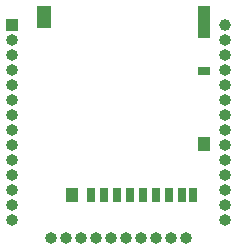
<source format=gts>
G04 #@! TF.GenerationSoftware,KiCad,Pcbnew,6.0.9*
G04 #@! TF.CreationDate,2022-11-20T11:42:09+03:00*
G04 #@! TF.ProjectId,sd-card_adapter_esp32,73642d63-6172-4645-9f61-646170746572,rev?*
G04 #@! TF.SameCoordinates,Original*
G04 #@! TF.FileFunction,Soldermask,Top*
G04 #@! TF.FilePolarity,Negative*
%FSLAX46Y46*%
G04 Gerber Fmt 4.6, Leading zero omitted, Abs format (unit mm)*
G04 Created by KiCad (PCBNEW 6.0.9) date 2022-11-20 11:42:09*
%MOMM*%
%LPD*%
G01*
G04 APERTURE LIST*
%ADD10R,1.000000X1.000000*%
%ADD11O,1.000000X1.000000*%
%ADD12C,1.000000*%
%ADD13R,1.300000X1.900000*%
%ADD14R,1.000000X2.800000*%
%ADD15R,1.000000X1.200000*%
%ADD16R,1.000000X0.800000*%
%ADD17R,0.700000X1.200000*%
G04 APERTURE END LIST*
D10*
X102360000Y-63283750D03*
D11*
X102360000Y-64553750D03*
X102360000Y-65823750D03*
X102360000Y-67093750D03*
X102360000Y-68363750D03*
X102360000Y-69633750D03*
X102360000Y-70903750D03*
X102360000Y-72173750D03*
X102360000Y-73443750D03*
X102360000Y-74713750D03*
X102360000Y-75983750D03*
X102360000Y-77253750D03*
X102360000Y-78523750D03*
X102360000Y-79793750D03*
X105677500Y-81316250D03*
X106947500Y-81316250D03*
X108217500Y-81316250D03*
X109487500Y-81316250D03*
X110757500Y-81316250D03*
X112027500Y-81316250D03*
X113297500Y-81316250D03*
X114567500Y-81316250D03*
X115837500Y-81316250D03*
X117107500Y-81316250D03*
X120420000Y-79763750D03*
X120420000Y-78493750D03*
X120420000Y-77223750D03*
X120420000Y-75953750D03*
X120420000Y-74683750D03*
X120420000Y-73413750D03*
X120420000Y-72143750D03*
X120420000Y-70873750D03*
X120420000Y-69603750D03*
X120420000Y-68333750D03*
X120420000Y-67063750D03*
X120420000Y-65793750D03*
X120420000Y-64523750D03*
D12*
X120420000Y-63253750D03*
D13*
X105149998Y-62565000D03*
D14*
X118649998Y-63015000D03*
D15*
X118649998Y-73365000D03*
X107499998Y-77665000D03*
D16*
X118649998Y-67165000D03*
D17*
X117699998Y-77665000D03*
X116749998Y-77665000D03*
X115649998Y-77665000D03*
X114549998Y-77665000D03*
X113449998Y-77665000D03*
X112349998Y-77665000D03*
X111249998Y-77665000D03*
X110149998Y-77665000D03*
X109049998Y-77665000D03*
M02*

</source>
